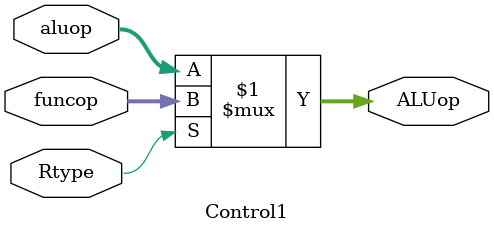
<source format=v>
 module Control1(
input Rtype,
input [3:0] funcop,
input [3:0] aluop,
output [3:0] ALUop);
//to chose ALUop ,so I have  not ALUctr signal
assign ALUop=Rtype?funcop:aluop;

endmodule

</source>
